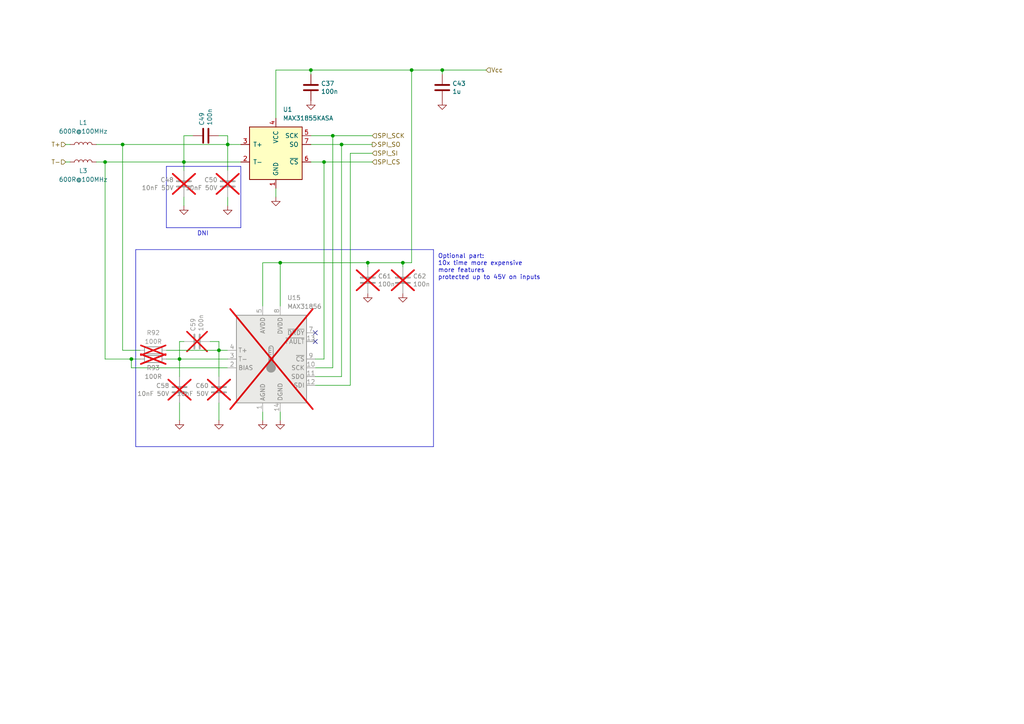
<source format=kicad_sch>
(kicad_sch (version 20230121) (generator eeschema)
  (paper "A4")
  (lib_symbols
    (symbol "Device:C" (pin_numbers hide) (pin_names (offset 0.254))
      (property "Reference" "C" (at 0.635 2.54 0))
      (property "Value" "C" (at 0.635 -2.54 0))
      (symbol "C_0_1"
        (polyline (pts (xy -2.032 -0.762) (xy 2.032 -0.762)) (stroke (width 0.508)))
        (polyline (pts (xy -2.032 0.762) (xy 2.032 0.762)) (stroke (width 0.508)))
      )
      (symbol "C_1_1"
        (pin passive line (at 0 3.81 270) (length 2.794) (name "~") (number "1"))
        (pin passive line (at 0 -3.81 90) (length 2.794) (name "~") (number "2"))
      )
    )
    (symbol "Device:L" (pin_numbers hide) (pin_names (offset 1.016) hide)
      (property "Reference" "L" (at -1.27 0 90))
      (property "Value" "L" (at 1.905 0 90))
      (symbol "L_0_1"
        (arc (start 0 -2.54) (mid 0.6323 -1.905) (end 0 -1.27))
        (arc (start 0 -1.27) (mid 0.6323 -0.635) (end 0 0))
        (arc (start 0 0) (mid 0.6323 0.635) (end 0 1.27))
        (arc (start 0 1.27) (mid 0.6323 1.905) (end 0 2.54))
      )
      (symbol "L_1_1"
        (pin passive line (at 0 3.81 270) (length 1.27) (name "1") (number "1"))
        (pin passive line (at 0 -3.81 90) (length 1.27) (name "2") (number "2"))
      )
    )
    (symbol "Device:R" (pin_numbers hide) (pin_names (offset 0))
      (property "Reference" "R" (at 2.032 0 90))
      (property "Value" "R" (at 0 0 90))
      (symbol "R_0_1"
        (rectangle (start -1.016 -2.54) (end 1.016 2.54) (stroke (width 0.254)))
      )
      (symbol "R_1_1"
        (pin passive line (at 0 3.81 270) (length 1.27) (name "~") (number "1"))
        (pin passive line (at 0 -3.81 90) (length 1.27) (name "~") (number "2"))
      )
    )
    (symbol "GND_1" (power) (pin_numbers hide) (pin_names (offset 0) hide)
      (property "Value" "GND_1" (at 0 -3.81 0))
      (symbol "GND_1_0_1"
        (polyline (pts (xy 0 0) (xy 0 -1.27) (xy 1.27 -1.27) (xy 0 -2.54) (xy -1.27 -1.27) (xy 0 -1.27)))
      )
      (symbol "GND_1_1_1"
        (pin power_in line (at 0 0 270) (length 0) hide (name "GND") (number "1"))
      )
    )
    (symbol "GND_10" (power) (pin_numbers hide) (pin_names (offset 0) hide)
      (property "Value" "GND_10" (at 0 -3.81 0))
      (symbol "GND_10_0_1"
        (polyline (pts (xy 0 0) (xy 0 -1.27) (xy 1.27 -1.27) (xy 0 -2.54) (xy -1.27 -1.27) (xy 0 -1.27)))
      )
      (symbol "GND_10_1_1"
        (pin power_in line (at 0 0 270) (length 0) hide (name "GND") (number "1"))
      )
    )
    (symbol "GND_11" (power) (pin_numbers hide) (pin_names (offset 0) hide)
      (property "Value" "GND_11" (at 0 -3.81 0))
      (symbol "GND_11_0_1"
        (polyline (pts (xy 0 0) (xy 0 -1.27) (xy 1.27 -1.27) (xy 0 -2.54) (xy -1.27 -1.27) (xy 0 -1.27)))
      )
      (symbol "GND_11_1_1"
        (pin power_in line (at 0 0 270) (length 0) hide (name "GND") (number "1"))
      )
    )
    (symbol "GND_2" (power) (pin_numbers hide) (pin_names (offset 0) hide)
      (property "Value" "GND_2" (at 0 -3.81 0))
      (symbol "GND_2_0_1"
        (polyline (pts (xy 0 0) (xy 0 -1.27) (xy 1.27 -1.27) (xy 0 -2.54) (xy -1.27 -1.27) (xy 0 -1.27)))
      )
      (symbol "GND_2_1_1"
        (pin power_in line (at 0 0 270) (length 0) hide (name "GND") (number "1"))
      )
    )
    (symbol "GND_3" (power) (pin_numbers hide) (pin_names (offset 0) hide)
      (property "Value" "GND_3" (at 0 -3.81 0))
      (symbol "GND_3_0_1"
        (polyline (pts (xy 0 0) (xy 0 -1.27) (xy 1.27 -1.27) (xy 0 -2.54) (xy -1.27 -1.27) (xy 0 -1.27)))
      )
      (symbol "GND_3_1_1"
        (pin power_in line (at 0 0 270) (length 0) hide (name "GND") (number "1"))
      )
    )
    (symbol "GND_4" (power) (pin_numbers hide) (pin_names (offset 0) hide)
      (property "Value" "GND_4" (at 0 -3.81 0))
      (symbol "GND_4_0_1"
        (polyline (pts (xy 0 0) (xy 0 -1.27) (xy 1.27 -1.27) (xy 0 -2.54) (xy -1.27 -1.27) (xy 0 -1.27)))
      )
      (symbol "GND_4_1_1"
        (pin power_in line (at 0 0 270) (length 0) hide (name "GND") (number "1"))
      )
    )
    (symbol "GND_5" (power) (pin_numbers hide) (pin_names (offset 0) hide)
      (property "Value" "GND_5" (at 0 -3.81 0))
      (symbol "GND_5_0_1"
        (polyline (pts (xy 0 0) (xy 0 -1.27) (xy 1.27 -1.27) (xy 0 -2.54) (xy -1.27 -1.27) (xy 0 -1.27)))
      )
      (symbol "GND_5_1_1"
        (pin power_in line (at 0 0 270) (length 0) hide (name "GND") (number "1"))
      )
    )
    (symbol "GND_6" (power) (pin_numbers hide) (pin_names (offset 0) hide)
      (property "Value" "GND_6" (at 0 -3.81 0))
      (symbol "GND_6_0_1"
        (polyline (pts (xy 0 0) (xy 0 -1.27) (xy 1.27 -1.27) (xy 0 -2.54) (xy -1.27 -1.27) (xy 0 -1.27)))
      )
      (symbol "GND_6_1_1"
        (pin power_in line (at 0 0 270) (length 0) hide (name "GND") (number "1"))
      )
    )
    (symbol "GND_7" (power) (pin_numbers hide) (pin_names (offset 0) hide)
      (property "Value" "GND_7" (at 0 -3.81 0))
      (symbol "GND_7_0_1"
        (polyline (pts (xy 0 0) (xy 0 -1.27) (xy 1.27 -1.27) (xy 0 -2.54) (xy -1.27 -1.27) (xy 0 -1.27)))
      )
      (symbol "GND_7_1_1"
        (pin power_in line (at 0 0 270) (length 0) hide (name "GND") (number "1"))
      )
    )
    (symbol "GND_8" (power) (pin_numbers hide) (pin_names (offset 0) hide)
      (property "Value" "GND_8" (at 0 -3.81 0))
      (symbol "GND_8_0_1"
        (polyline (pts (xy 0 0) (xy 0 -1.27) (xy 1.27 -1.27) (xy 0 -2.54) (xy -1.27 -1.27) (xy 0 -1.27)))
      )
      (symbol "GND_8_1_1"
        (pin power_in line (at 0 0 270) (length 0) hide (name "GND") (number "1"))
      )
    )
    (symbol "GND_9" (power) (pin_numbers hide) (pin_names (offset 0) hide)
      (property "Value" "GND_9" (at 0 -3.81 0))
      (symbol "GND_9_0_1"
        (polyline (pts (xy 0 0) (xy 0 -1.27) (xy 1.27 -1.27) (xy 0 -2.54) (xy -1.27 -1.27) (xy 0 -1.27)))
      )
      (symbol "GND_9_1_1"
        (pin power_in line (at 0 0 270) (length 0) hide (name "GND") (number "1"))
      )
    )
    (symbol "Sensor_Temperature:MAX31855KASA" (pin_names (offset 1.016))
      (property "Reference" "U" (at -7.62 8.89 0))
      (property "Value" "MAX31855KASA" (at 1.27 8.89 0))
      (symbol "MAX31855KASA_0_1"
        (rectangle (start -7.62 7.62) (end 7.62 -7.62) (stroke (width 0.254)) (fill (type background)))
      )
      (symbol "MAX31855KASA_1_1"
        (pin power_in line (at 0 -10.16 90) (length 2.54) (name "GND") (number "1"))
        (pin passive line (at -10.16 -2.54 0) (length 2.54) (name "T-") (number "2"))
        (pin passive line (at -10.16 2.54 0) (length 2.54) (name "T+") (number "3"))
        (pin power_in line (at 0 10.16 270) (length 2.54) (name "VCC") (number "4"))
        (pin input line (at 10.16 5.08 180) (length 2.54) (name "SCK") (number "5"))
        (pin input line (at 10.16 -2.54 180) (length 2.54) (name "~{CS}") (number "6"))
        (pin tri_state line (at 10.16 2.54 180) (length 2.54) (name "SO") (number "7"))
      )
    )
    (symbol "Sensor_Temperature:MAX31856"
      (property "Reference" "U" (at -7.62 13.97 0))
      (property "Value" "MAX31856" (at 13.97 13.97 0))
      (symbol "MAX31856_0_1"
        (rectangle (start -10.16 12.7) (end 10.16 -12.7) (stroke (width 0.254)) (fill (type background)))
        (circle (center -0.127 -2.54) (radius 1.27) (stroke (width 0.254)) (fill (type outline)))
        (polyline (pts (xy -0.762 0.635) (xy -0.127 0.635)) (stroke (width 0.254)))
        (polyline (pts (xy -0.762 1.27) (xy -0.127 1.27)) (stroke (width 0.254)))
        (polyline (pts (xy -0.762 1.905) (xy -0.127 1.905)) (stroke (width 0.254)))
        (polyline (pts (xy -0.762 2.54) (xy -0.127 2.54)) (stroke (width 0.254)))
        (polyline (pts (xy -0.762 3.175) (xy -0.762 0)) (stroke (width 0.254)))
        (polyline (pts (xy -0.762 3.175) (xy -0.127 3.175)) (stroke (width 0.254)))
        (polyline (pts (xy 0.508 3.175) (xy 0.508 0)) (stroke (width 0.254)))
        (rectangle (start 0.508 -1.905) (end -0.762 0) (stroke (width 0.254)) (fill (type outline)))
        (arc (start 0.508 3.175) (mid -0.127 3.8073) (end -0.762 3.175) (stroke (width 0.254)))
      )
      (symbol "MAX31856_1_1"
        (pin power_in line (at -2.54 -15.24 90) (length 2.54) (name "AGND") (number "1"))
        (pin input line (at 12.7 -2.54 180) (length 2.54) (name "SCK") (number "10"))
        (pin output line (at 12.7 -5.08 180) (length 2.54) (name "SDO") (number "11"))
        (pin input line (at 12.7 -7.62 180) (length 2.54) (name "SDI") (number "12"))
        (pin output line (at 12.7 5.08 180) (length 2.54) (name "~{FAULT}") (number "13"))
        (pin power_in line (at 2.54 -15.24 90) (length 2.54) (name "DGND") (number "14"))
        (pin input line (at -12.7 -2.54 0) (length 2.54) (name "BIAS") (number "2"))
        (pin input line (at -12.7 0 0) (length 2.54) (name "T-") (number "3"))
        (pin input line (at -12.7 2.54 0) (length 2.54) (name "T+") (number "4"))
        (pin power_in line (at -2.54 15.24 270) (length 2.54) (name "AVDD") (number "5"))
        (pin no_connect line (at -10.16 -7.62 0) (length 2.54) hide (name "DNC") (number "6"))
        (pin output line (at 12.7 7.62 180) (length 2.54) (name "~{DRDY}") (number "7"))
        (pin power_in line (at 2.54 15.24 270) (length 2.54) (name "DVDD") (number "8"))
        (pin input line (at 12.7 0 180) (length 2.54) (name "~{CS}") (number "9"))
      )
    )
  )
  (junction (at 90.17 20.32))
  (junction (at 119.38 20.32))
  (junction (at 52.07 104.14))
  (junction (at 96.52 39.37))
  (junction (at 38.1 104.14))
  (junction (at 30.48 46.99))
  (junction (at 93.98 46.99))
  (junction (at 66.04 41.91))
  (junction (at 35.56 41.91))
  (junction (at 99.06 41.91))
  (junction (at 63.5 101.6))
  (junction (at 116.84 76.2))
  (junction (at 106.68 76.2))
  (junction (at 81.28 76.2))
  (junction (at 128.27 20.32))
  (junction (at 53.34 46.99))
  (no_connect (at 91.44 96.52))
  (no_connect (at 91.44 99.06))
  (wire (pts (xy 63.5 99.06) (xy 63.5 101.6)))
  (wire (pts (xy 80.01 34.29) (xy 80.01 20.32)))
  (wire (pts (xy 99.06 109.22) (xy 99.06 41.91)))
  (wire (pts (xy 81.28 76.2) (xy 81.28 88.9)))
  (wire (pts (xy 101.6 44.45) (xy 107.95 44.45)))
  (wire (pts (xy 80.01 20.32) (xy 90.17 20.32)))
  (wire (pts (xy 91.44 106.68) (xy 96.52 106.68)))
  (wire (pts (xy 35.56 41.91) (xy 35.56 101.6)))
  (wire (pts (xy 91.44 111.76) (xy 101.6 111.76)))
  (wire (pts (xy 128.27 20.32) (xy 128.27 21.59)))
  (wire (pts (xy 53.34 99.06) (xy 52.07 99.06)))
  (wire (pts (xy 66.04 41.91) (xy 66.04 49.53)))
  (wire (pts (xy 38.1 104.14) (xy 30.48 104.14)))
  (wire (pts (xy 27.94 41.91) (xy 35.56 41.91)))
  (wire (pts (xy 52.07 104.14) (xy 48.26 104.14)))
  (wire (pts (xy 96.52 106.68) (xy 96.52 39.37)))
  (polyline (pts (xy 48.26 48.26) (xy 48.26 66.04)))
  (wire (pts (xy 119.38 76.2) (xy 116.84 76.2)))
  (wire (pts (xy 30.48 46.99) (xy 53.34 46.99)))
  (wire (pts (xy 90.17 20.32) (xy 90.17 21.59)))
  (wire (pts (xy 53.34 57.15) (xy 53.34 59.69)))
  (wire (pts (xy 63.5 101.6) (xy 63.5 109.22)))
  (polyline (pts (xy 125.73 72.39) (xy 125.73 129.54)))
  (polyline (pts (xy 39.37 72.39) (xy 39.37 129.54)))
  (wire (pts (xy 99.06 41.91) (xy 107.95 41.91)))
  (wire (pts (xy 81.28 76.2) (xy 106.68 76.2)))
  (wire (pts (xy 63.5 101.6) (xy 66.04 101.6)))
  (wire (pts (xy 66.04 41.91) (xy 69.85 41.91)))
  (wire (pts (xy 128.27 20.32) (xy 140.97 20.32)))
  (wire (pts (xy 35.56 41.91) (xy 66.04 41.91)))
  (wire (pts (xy 91.44 104.14) (xy 93.98 104.14)))
  (wire (pts (xy 81.28 119.38) (xy 81.28 121.92)))
  (wire (pts (xy 76.2 76.2) (xy 76.2 88.9)))
  (wire (pts (xy 106.68 76.2) (xy 116.84 76.2)))
  (wire (pts (xy 76.2 119.38) (xy 76.2 121.92)))
  (wire (pts (xy 106.68 76.2) (xy 106.68 77.47)))
  (wire (pts (xy 116.84 76.2) (xy 116.84 77.47)))
  (polyline (pts (xy 69.85 48.26) (xy 69.85 66.04)))
  (wire (pts (xy 80.01 54.61) (xy 80.01 57.15)))
  (wire (pts (xy 66.04 39.37) (xy 66.04 41.91)))
  (polyline (pts (xy 48.26 48.26) (xy 69.85 48.26)))
  (wire (pts (xy 90.17 20.32) (xy 119.38 20.32)))
  (wire (pts (xy 66.04 57.15) (xy 66.04 59.69)))
  (wire (pts (xy 90.17 46.99) (xy 93.98 46.99)))
  (wire (pts (xy 52.07 99.06) (xy 52.07 104.14)))
  (wire (pts (xy 93.98 104.14) (xy 93.98 46.99)))
  (wire (pts (xy 30.48 46.99) (xy 30.48 104.14)))
  (wire (pts (xy 60.96 99.06) (xy 63.5 99.06)))
  (wire (pts (xy 55.88 39.37) (xy 53.34 39.37)))
  (wire (pts (xy 53.34 46.99) (xy 53.34 49.53)))
  (wire (pts (xy 27.94 46.99) (xy 30.48 46.99)))
  (wire (pts (xy 101.6 111.76) (xy 101.6 44.45)))
  (wire (pts (xy 19.05 41.91) (xy 20.32 41.91)))
  (wire (pts (xy 38.1 104.14) (xy 40.64 104.14)))
  (wire (pts (xy 90.17 41.91) (xy 99.06 41.91)))
  (polyline (pts (xy 125.73 129.54) (xy 39.37 129.54)))
  (wire (pts (xy 63.5 39.37) (xy 66.04 39.37)))
  (wire (pts (xy 53.34 46.99) (xy 69.85 46.99)))
  (wire (pts (xy 91.44 109.22) (xy 99.06 109.22)))
  (wire (pts (xy 48.26 101.6) (xy 63.5 101.6)))
  (wire (pts (xy 119.38 20.32) (xy 128.27 20.32)))
  (wire (pts (xy 19.05 46.99) (xy 20.32 46.99)))
  (wire (pts (xy 63.5 116.84) (xy 63.5 121.92)))
  (polyline (pts (xy 69.85 66.04) (xy 48.26 66.04)))
  (polyline (pts (xy 39.37 72.39) (xy 125.73 72.39)))
  (wire (pts (xy 35.56 101.6) (xy 40.64 101.6)))
  (wire (pts (xy 96.52 39.37) (xy 107.95 39.37)))
  (wire (pts (xy 90.17 39.37) (xy 96.52 39.37)))
  (wire (pts (xy 52.07 116.84) (xy 52.07 121.92)))
  (wire (pts (xy 52.07 104.14) (xy 52.07 109.22)))
  (wire (pts (xy 66.04 106.68) (xy 38.1 106.68)))
  (wire (pts (xy 93.98 46.99) (xy 107.95 46.99)))
  (wire (pts (xy 119.38 76.2) (xy 119.38 20.32)))
  (wire (pts (xy 76.2 76.2) (xy 81.28 76.2)))
  (wire (pts (xy 53.34 39.37) (xy 53.34 46.99)))
  (wire (pts (xy 38.1 106.68) (xy 38.1 104.14)))
  (wire (pts (xy 66.04 104.14) (xy 52.07 104.14)))
  (text "DNI" (at 57.15 68.58 0) (effects (font (size 1.27 1.27)) (justify left bottom)))
  (text "Optional part:\n10x time more expensive\nmore features\nprotected up to 45V on inputs" (at 127 81.28 0) (effects (font (size 1.27 1.27)) (justify left bottom)))
  (hierarchical_label "Vcc" (shape input) (at 140.97 20.32 0))
  (hierarchical_label "SPI_SO" (shape output) (at 107.95 41.91 0))
  (hierarchical_label "SPI_SCK" (shape input) (at 107.95 39.37 0))
  (hierarchical_label "SPI_CS" (shape input) (at 107.95 46.99 0))
  (hierarchical_label "T+" (shape input) (at 19.05 41.91 180))
  (hierarchical_label "SPI_SI" (shape input) (at 107.95 44.45 0))
  (hierarchical_label "T-" (shape input) (at 19.05 46.99 180))
  (symbol (lib_id "Device:C") (at 66.04 53.34 0) (mirror y) (unit 1) (in_bom no) (dnp yes)
    (property "Reference" "C50" (at 63.119 52.1716 0) (effects (justify left)))
    (property "Value" "10nF 50V" (at 63.119 54.483 0) (effects (justify left)))
    (property "Footprint" "Capacitor_SMD:C_0402_1005Metric" (effects hide))
    (property "LCSC" "C1524" (effects hide))
    (instances (project "lambda-x2" (path "" (reference "C50") (unit 1)) (path "" (reference "C53") (unit 1))))
  )
  (symbol (lib_id "Device:C") (at 57.15 99.06 90) (unit 1) (in_bom no) (dnp yes)
    (property "Reference" "C59" (at 55.9816 96.139 0) (effects (justify left)))
    (property "Value" "100n" (at 58.293 96.139 0) (effects (justify left)))
    (property "Footprint" "Capacitor_SMD:C_0402_1005Metric" (effects hide))
    (property "LCSC" "C1525" (effects hide))
    (instances (project "lambda-x2" (path "" (reference "C59") (unit 1)) (path "" (reference "C64") (unit 1))))
  )
  (symbol (lib_id "Device:R") (at 44.45 101.6 90) (mirror x) (unit 1) (in_bom no) (dnp yes)
    (property "Reference" "R92" (at 44.45 96.52 90))
    (property "Value" "100R" (at 44.45 99.06 90))
    (property "Footprint" "Resistor_SMD:R_0402_1005Metric" (effects hide))
    (property "LCSC" "C25076" (effects hide))
    (instances (project "lambda-x2" (path "" (reference "R92") (unit 1)) (path "" (reference "R94") (unit 1))))
  )
  (symbol (lib_name "GND_1") (lib_id "power:GND") (at 106.68 85.09 0) (unit 1)
    (property "Reference" "#PWR0173" (effects hide))
    (property "Value" "GND" (effects hide))
    (instances (project "lambda-x2" (path "" (reference "#PWR0173") (unit 1)) (path "" (reference "#PWR0179") (unit 1))))
  )
  (symbol (lib_id "Device:R") (at 44.45 104.14 90) (mirror x) (unit 1) (in_bom no) (dnp yes)
    (property "Reference" "R93" (at 44.45 106.68 90))
    (property "Value" "100R" (at 44.45 109.22 90))
    (property "Footprint" "Resistor_SMD:R_0402_1005Metric" (effects hide))
    (property "LCSC" "C25076" (effects hide))
    (instances (project "lambda-x2" (path "" (reference "R93") (unit 1)) (path "" (reference "R95") (unit 1))))
  )
  (symbol (lib_id "Device:C") (at 106.68 81.28 0) (unit 1) (in_bom no) (dnp yes)
    (property "Reference" "C61" (at 109.601 80.1116 0) (effects (justify left)))
    (property "Value" "100n" (at 109.601 82.423 0) (effects (justify left)))
    (property "Footprint" "Capacitor_SMD:C_0402_1005Metric" (effects hide))
    (property "LCSC" "C1525" (effects hide))
    (instances (project "lambda-x2" (path "" (reference "C61") (unit 1)) (path "" (reference "C66") (unit 1))))
  )
  (symbol (lib_id "Sensor_Temperature:MAX31855KASA") (at 80.01 44.45 0) (unit 1)
    (property "Reference" "U1" (at 82.0294 31.75 0) (effects (justify left)))
    (property "Value" "MAX31855KASA" (at 82.0294 34.29 0) (effects (justify left)))
    (property "Footprint" "Package_SO:SOIC-8_3.9x4.9mm_P1.27mm" (effects hide))
    (property "Datasheet" "http://datasheets.maximintegrated.com/en/ds/MAX31855.pdf" (effects hide))
    (property "LCSC" "C52028" (effects hide))
    (instances (project "lambda-x2" (path "" (reference "U1") (unit 1)) (path "" (reference "U14") (unit 1))))
  )
  (symbol (lib_id "Device:L") (at 24.13 41.91 90) (unit 1)
    (property "Reference" "L1" (at 24.13 35.56 90))
    (property "Value" "600R@100MHz" (at 24.13 38.1 90))
    (property "Footprint" "Inductor_SMD:L_0603_1608Metric" (effects hide))
    (property "LCSC" "C1002" (effects hide))
    (instances (project "lambda-x2" (path "" (reference "L1") (unit 1)) (path "" (reference "L2") (unit 1))))
  )
  (symbol (lib_name "GND_4") (lib_id "power:GND") (at 90.17 29.21 0) (unit 1)
    (property "Reference" "#PWR0150" (effects hide))
    (property "Value" "GND" (effects hide))
    (instances (project "lambda-x2" (path "" (reference "#PWR0150") (unit 1)) (path "" (reference "#PWR0153") (unit 1))))
  )
  (symbol (lib_id "Device:C") (at 52.07 113.03 0) (mirror y) (unit 1) (in_bom no) (dnp yes)
    (property "Reference" "C58" (at 49.149 111.8616 0) (effects (justify left)))
    (property "Value" "10nF 50V" (at 49.149 114.173 0) (effects (justify left)))
    (property "Footprint" "Capacitor_SMD:C_0402_1005Metric" (effects hide))
    (property "LCSC" "C1524" (effects hide))
    (instances (project "lambda-x2" (path "" (reference "C58") (unit 1)) (path "" (reference "C63") (unit 1))))
  )
  (symbol (lib_id "Device:L") (at 24.13 46.99 90) (unit 1)
    (property "Reference" "L3" (at 24.13 49.53 90))
    (property "Value" "600R@100MHz" (at 24.13 52.07 90))
    (property "Footprint" "Inductor_SMD:L_0603_1608Metric" (effects hide))
    (property "LCSC" "C1002" (effects hide))
    (instances (project "lambda-x2" (path "" (reference "L3") (unit 1)) (path "" (reference "L4") (unit 1))))
  )
  (symbol (lib_name "GND_8") (lib_id "power:GND") (at 52.07 121.92 0) (unit 1)
    (property "Reference" "#PWR0172" (effects hide))
    (property "Value" "GND" (effects hide))
    (instances (project "lambda-x2" (path "" (reference "#PWR0172") (unit 1)) (path "" (reference "#PWR0178") (unit 1))))
  )
  (symbol (lib_name "GND_10") (lib_id "power:GND") (at 76.2 121.92 0) (unit 1)
    (property "Reference" "#PWR0175" (effects hide))
    (property "Value" "GND" (effects hide))
    (instances (project "lambda-x2" (path "" (reference "#PWR0175") (unit 1)) (path "" (reference "#PWR0181") (unit 1))))
  )
  (symbol (lib_name "GND_11") (lib_id "power:GND") (at 81.28 121.92 0) (unit 1)
    (property "Reference" "#PWR0176" (effects hide))
    (property "Value" "GND" (effects hide))
    (instances (project "lambda-x2" (path "" (reference "#PWR0176") (unit 1)) (path "" (reference "#PWR0182") (unit 1))))
  )
  (symbol (lib_id "Sensor_Temperature:MAX31856") (at 78.74 104.14 0) (unit 1) (in_bom no) (dnp yes)
    (property "Reference" "U15" (at 83.2994 86.36 0) (effects (justify left)))
    (property "Value" "MAX31856" (at 83.2994 88.9 0) (effects (justify left)))
    (property "Footprint" "Package_SO:TSSOP-14_4.4x5mm_P0.65mm" (effects hide))
    (property "Datasheet" "https://datasheets.maximintegrated.com/en/ds/MAX31856.pdf" (effects hide))
    (property "LCSC" "C116632" (effects hide))
    (instances (project "lambda-x2" (path "" (reference "U15") (unit 1)) (path "" (reference "U16") (unit 1))))
  )
  (symbol (lib_name "GND_3") (lib_id "power:GND") (at 128.27 29.21 0) (unit 1)
    (property "Reference" "#PWR0149" (effects hide))
    (property "Value" "GND" (effects hide))
    (instances (project "lambda-x2" (path "" (reference "#PWR0149") (unit 1)) (path "" (reference "#PWR0152") (unit 1))))
  )
  (symbol (lib_name "GND_5") (lib_id "power:GND") (at 53.34 59.69 0) (unit 1)
    (property "Reference" "#PWR0156" (effects hide))
    (property "Value" "GND" (effects hide))
    (instances (project "lambda-x2" (path "" (reference "#PWR0156") (unit 1)) (path "" (reference "#PWR0158") (unit 1))))
  )
  (symbol (lib_name "GND_6") (lib_id "power:GND") (at 66.04 59.69 0) (unit 1)
    (property "Reference" "#PWR0157" (effects hide))
    (property "Value" "GND" (effects hide))
    (instances (project "lambda-x2" (path "" (reference "#PWR0157") (unit 1)) (path "" (reference "#PWR0159") (unit 1))))
  )
  (symbol (lib_name "GND_7") (lib_id "power:GND") (at 80.01 57.15 0) (unit 1)
    (property "Reference" "#PWR0148" (effects hide))
    (property "Value" "GND" (effects hide))
    (instances (project "lambda-x2" (path "" (reference "#PWR0148") (unit 1)) (path "" (reference "#PWR0151") (unit 1))))
  )
  (symbol (lib_id "Device:C") (at 116.84 81.28 0) (unit 1) (in_bom no) (dnp yes)
    (property "Reference" "C62" (at 119.761 80.1116 0) (effects (justify left)))
    (property "Value" "100n" (at 119.761 82.423 0) (effects (justify left)))
    (property "Footprint" "Capacitor_SMD:C_0402_1005Metric" (effects hide))
    (property "LCSC" "C1525" (effects hide))
    (instances (project "lambda-x2" (path "" (reference "C62") (unit 1)) (path "" (reference "C67") (unit 1))))
  )
  (symbol (lib_id "Device:C") (at 59.69 39.37 90) (unit 1)
    (property "Reference" "C49" (at 58.5216 36.449 0) (effects (justify left)))
    (property "Value" "100n" (at 60.833 36.449 0) (effects (justify left)))
    (property "Footprint" "Capacitor_SMD:C_0402_1005Metric" (effects hide))
    (property "LCSC" "C1525" (effects hide))
    (instances (project "lambda-x2" (path "" (reference "C49") (unit 1)) (path "" (reference "C52") (unit 1))))
  )
  (symbol (lib_id "Device:C") (at 53.34 53.34 0) (mirror y) (unit 1) (in_bom no) (dnp yes)
    (property "Reference" "C48" (at 50.419 52.1716 0) (effects (justify left)))
    (property "Value" "10nF 50V" (at 50.419 54.483 0) (effects (justify left)))
    (property "Footprint" "Capacitor_SMD:C_0402_1005Metric" (effects hide))
    (property "LCSC" "C1524" (effects hide))
    (instances (project "lambda-x2" (path "" (reference "C48") (unit 1)) (path "" (reference "C51") (unit 1))))
  )
  (symbol (lib_name "GND_2") (lib_id "power:GND") (at 116.84 85.09 0) (unit 1)
    (property "Reference" "#PWR0174" (effects hide))
    (property "Value" "GND" (effects hide))
    (instances (project "lambda-x2" (path "" (reference "#PWR0174") (unit 1)) (path "" (reference "#PWR0180") (unit 1))))
  )
  (symbol (lib_id "Device:C") (at 128.27 25.4 0) (unit 1)
    (property "Reference" "C43" (at 131.191 24.2316 0) (effects (justify left)))
    (property "Value" "1u" (at 131.191 26.543 0) (effects (justify left)))
    (property "Footprint" "Capacitor_SMD:C_0402_1005Metric" (effects hide))
    (property "LCSC" "C52923" (effects hide))
    (instances (project "lambda-x2" (path "" (reference "C43") (unit 1)) (path "" (reference "C47") (unit 1))))
  )
  (symbol (lib_name "GND_9") (lib_id "power:GND") (at 63.5 121.92 0) (unit 1)
    (property "Reference" "#PWR0177" (effects hide))
    (property "Value" "GND" (effects hide))
    (instances (project "lambda-x2" (path "" (reference "#PWR0177") (unit 1)) (path "" (reference "#PWR0183") (unit 1))))
  )
  (symbol (lib_id "Device:C") (at 63.5 113.03 0) (mirror y) (unit 1) (in_bom no) (dnp yes)
    (property "Reference" "C60" (at 60.579 111.8616 0) (effects (justify left)))
    (property "Value" "10nF 50V" (at 60.579 114.173 0) (effects (justify left)))
    (property "Footprint" "Capacitor_SMD:C_0402_1005Metric" (effects hide))
    (property "LCSC" "C1524" (effects hide))
    (instances (project "lambda-x2" (path "" (reference "C60") (unit 1)) (path "" (reference "C65") (unit 1))))
  )
  (symbol (lib_id "Device:C") (at 90.17 25.4 0) (unit 1)
    (property "Reference" "C37" (at 93.091 24.2316 0) (effects (justify left)))
    (property "Value" "100n" (at 93.091 26.543 0) (effects (justify left)))
    (property "Footprint" "Capacitor_SMD:C_0402_1005Metric" (effects hide))
    (property "LCSC" "C1525" (effects hide))
    (instances (project "lambda-x2" (path "" (reference "C37") (unit 1)) (path "" (reference "C46") (unit 1))))
  )
)
</source>
